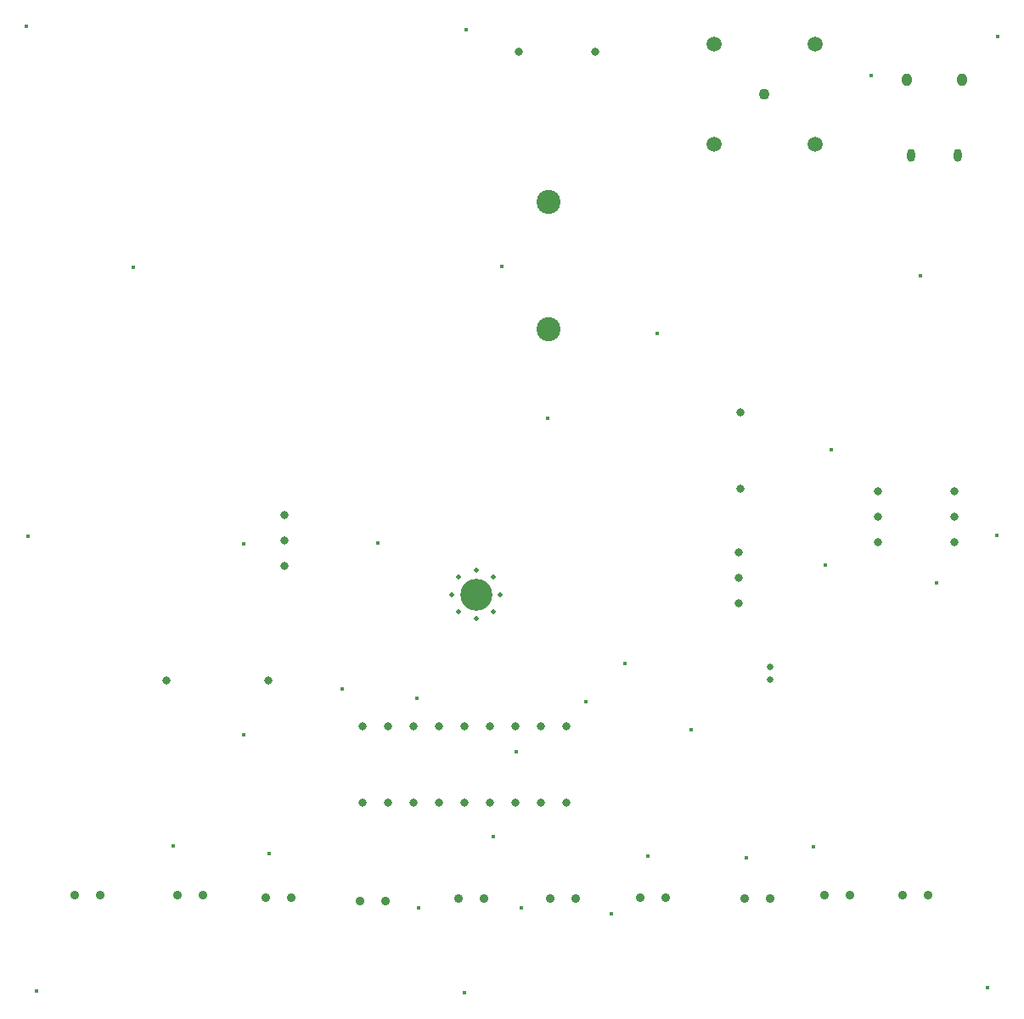
<source format=gbr>
%TF.GenerationSoftware,KiCad,Pcbnew,(6.0.4)*%
%TF.CreationDate,2022-10-08T16:20:51+02:00*%
%TF.ProjectId,smeter,736d6574-6572-42e6-9b69-6361645f7063,0.2*%
%TF.SameCoordinates,PX5de3a50PY84ba458*%
%TF.FileFunction,Plated,1,2,PTH,Mixed*%
%TF.FilePolarity,Positive*%
%FSLAX46Y46*%
G04 Gerber Fmt 4.6, Leading zero omitted, Abs format (unit mm)*
G04 Created by KiCad (PCBNEW (6.0.4)) date 2022-10-08 16:20:51*
%MOMM*%
%LPD*%
G01*
G04 APERTURE LIST*
%TA.AperFunction,ViaDrill*%
%ADD10C,0.400000*%
%TD*%
%TA.AperFunction,ComponentDrill*%
%ADD11C,0.500000*%
%TD*%
%TA.AperFunction,ComponentDrill*%
%ADD12C,0.650000*%
%TD*%
%TA.AperFunction,ComponentDrill*%
%ADD13C,0.800000*%
%TD*%
G04 aperture for slot hole*
%TA.AperFunction,ComponentDrill*%
%ADD14O,0.800000X1.300000*%
%TD*%
%TA.AperFunction,ComponentDrill*%
%ADD15C,0.900000*%
%TD*%
G04 aperture for slot hole*
%TA.AperFunction,ComponentDrill*%
%ADD16O,1.000000X1.300000*%
%TD*%
%TA.AperFunction,ComponentDrill*%
%ADD17C,1.100000*%
%TD*%
%TA.AperFunction,ComponentDrill*%
%ADD18C,1.500000*%
%TD*%
%TA.AperFunction,ComponentDrill*%
%ADD19C,2.400000*%
%TD*%
%TA.AperFunction,ComponentDrill*%
%ADD20C,3.200000*%
%TD*%
G04 APERTURE END LIST*
D10*
X1975000Y98625000D03*
X2100000Y47725000D03*
X3025000Y2300000D03*
X12625000Y74500000D03*
X16625000Y16775000D03*
X23650000Y46900000D03*
X23682544Y27930937D03*
X26225000Y16075000D03*
X33475000Y32500000D03*
X37025000Y47050000D03*
X40925000Y31500000D03*
X41125000Y10600000D03*
X45650000Y2150000D03*
X45800000Y98250000D03*
X48550000Y17700000D03*
X49375000Y74625000D03*
X50850000Y26200000D03*
X51325000Y10600000D03*
X53950000Y59450000D03*
X57750000Y31175000D03*
X60275000Y10000000D03*
X61650000Y35000000D03*
X63975000Y15825000D03*
X64850000Y67925000D03*
X68288262Y28384272D03*
X73750000Y15600000D03*
X80425000Y16725000D03*
X81659834Y44786487D03*
X82194719Y56335094D03*
X86200000Y93700000D03*
X91095456Y73687037D03*
X92750000Y43050000D03*
X97775000Y2625000D03*
X98750000Y47750000D03*
X98800000Y97575000D03*
D11*
%TO.C,REF\u002A\u002A*%
X44400000Y41900000D03*
X45102944Y43597056D03*
X45102944Y40202944D03*
X46800000Y44300000D03*
X46800000Y39500000D03*
X48497056Y43597056D03*
X48497056Y40202944D03*
X49200000Y41900000D03*
D12*
%TO.C,J3_Meter1*%
X76100000Y34670000D03*
X76100000Y33400000D03*
D13*
%TO.C,R1*%
X15920000Y33275000D03*
X26080000Y33275000D03*
%TO.C,RV2*%
X27675000Y49825000D03*
X27675000Y47285000D03*
X27675000Y44745000D03*
%TO.C,U1*%
X35480000Y28775000D03*
X35480000Y21155000D03*
X38020000Y28775000D03*
X38020000Y21155000D03*
X40560000Y28775000D03*
X40560000Y21155000D03*
X43100000Y28775000D03*
X43100000Y21155000D03*
X45640000Y28775000D03*
X45640000Y21155000D03*
X48180000Y28775000D03*
X48180000Y21155000D03*
X50720000Y28775000D03*
X50720000Y21155000D03*
%TO.C,SW1*%
X51072500Y96075000D03*
%TO.C,U1*%
X53260000Y28775000D03*
X53260000Y21155000D03*
X55800000Y28775000D03*
X55800000Y21155000D03*
%TO.C,SW1*%
X58692500Y96075000D03*
%TO.C,RV1*%
X73025000Y46130000D03*
X73025000Y43590000D03*
X73025000Y41050000D03*
%TO.C,D0*%
X73150000Y60060000D03*
X73150000Y52440000D03*
%TO.C,SW2*%
X86925000Y52200000D03*
X86925000Y49660000D03*
X86925000Y47120000D03*
D14*
%TO.C,J2*%
X90225000Y85725000D03*
D13*
%TO.C,SW2*%
X94545000Y52200000D03*
X94545000Y49660000D03*
X94545000Y47120000D03*
D14*
%TO.C,J2*%
X94825000Y85725000D03*
D15*
%TO.C,D1*%
X6775000Y11875000D03*
X9315000Y11875000D03*
%TO.C,D2*%
X17075000Y11875000D03*
X19615000Y11875000D03*
%TO.C,D3*%
X25875000Y11675000D03*
X28415000Y11675000D03*
%TO.C,D4*%
X35275000Y11275000D03*
X37815000Y11275000D03*
%TO.C,D5*%
X45075000Y11575000D03*
X47615000Y11575000D03*
%TO.C,D6*%
X54250000Y11575000D03*
X56790000Y11575000D03*
%TO.C,D7*%
X63175000Y11675000D03*
X65715000Y11675000D03*
%TO.C,D8*%
X73575000Y11575000D03*
X76115000Y11575000D03*
%TO.C,D9*%
X81575000Y11875000D03*
X84115000Y11875000D03*
%TO.C,D10*%
X89350000Y11875000D03*
X91890000Y11875000D03*
D16*
%TO.C,J2*%
X89775000Y93225000D03*
X95275000Y93225000D03*
D17*
%TO.C,J1*%
X75575000Y91815000D03*
D18*
X70550000Y96840000D03*
X70550000Y86790000D03*
X80600000Y96840000D03*
X80600000Y86790000D03*
D19*
%TO.C,-BT1*%
X54000000Y81050000D03*
X54000000Y68350000D03*
D20*
%TO.C,REF\u002A\u002A*%
X46800000Y41900000D03*
M02*

</source>
